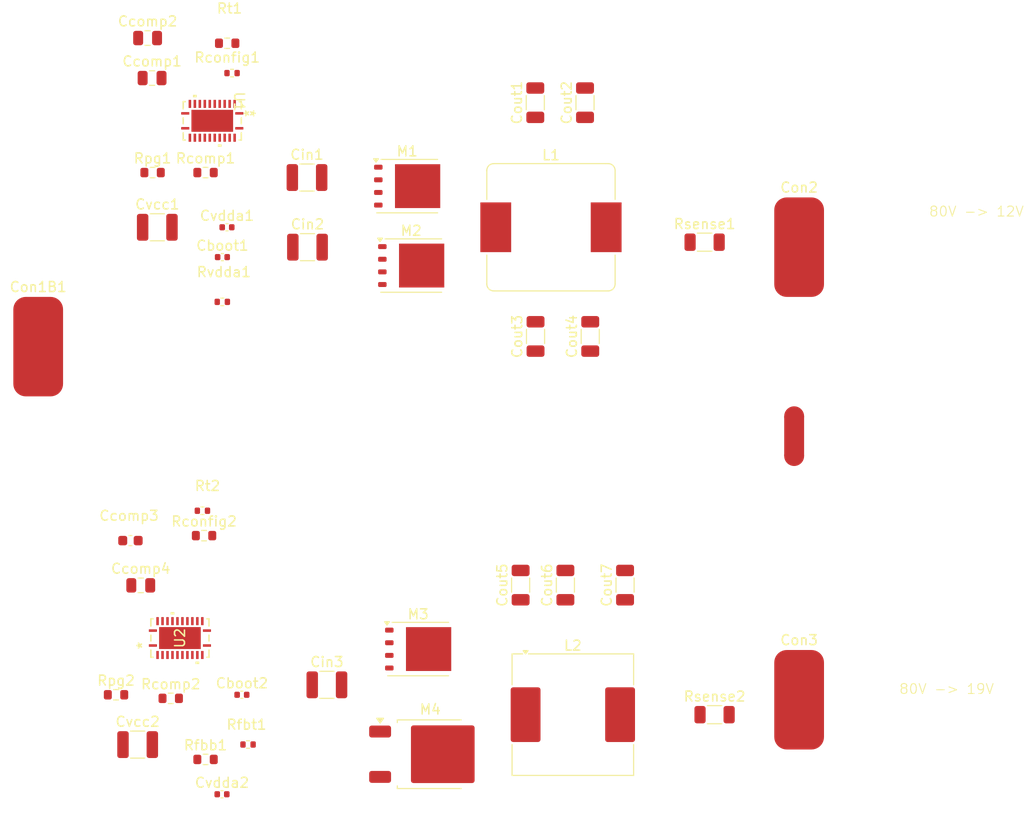
<source format=kicad_pcb>
(kicad_pcb (version 20241229) (generator "pcbnew") (generator_version "9.0")
  (layers (0 "F.Cu" signal) (2 "B.Cu" signal) (13 "F.Paste" user) (15 "B.Paste" user) (5 "F.SilkS" user "F.Silkscreen") (7 "B.SilkS" user "B.Silkscreen") (1 "F.Mask" user) (3 "B.Mask" user) (25 "Edge.Cuts" user))
  (net 0 "")
  (net 1 "Net-(U1-CBOOT)")
  (net 2 "Net-(M2-D)")
  (net 3 "Net-(U2-CBOOT)")
  (net 4 "Net-(M4-D)")
  (net 5 "Net-(Ccomp1-Pad1)")
  (net 6 "GNDREF")
  (net 7 "Net-(U1-EXTCOMP)")
  (net 8 "Net-(Ccomp3-Pad2)")
  (net 9 "Net-(U2-EXTCOMP)")
  (net 10 "GNDPWR")
  (net 11 "VCC")
  (net 12 "Net-(Con2-Pin_1)")
  (net 13 "Net-(Con3-Pin_1)")
  (net 14 "Net-(U1-VCC)")
  (net 15 "Net-(U2-VCC)")
  (net 16 "Net-(U1-PFM{slash}SYNC)")
  (net 17 "Net-(U2-PFM{slash}SYNC)")
  (net 18 "Net-(U1-ISNS+)")
  (net 19 "Net-(U2-ISNS+)")
  (net 20 "Net-(M1-G)")
  (net 21 "Net-(M2-G)")
  (net 22 "Net-(M3-G)")
  (net 23 "Net-(M4-G)")
  (net 24 "Net-(U1-CNFG)")
  (net 25 "Net-(U2-CNFG)")
  (net 26 "Net-(U2-FB)")
  (net 27 "Net-(U1-PG{slash}SYNCOUT)")
  (net 28 "Net-(U2-PG{slash}SYNCOUT)")
  (net 29 "Net-(U1-RT)")
  (net 30 "Net-(U2-RT)")
  (net 31 "Net-(U1-FB)")
  (footprint "Capacitor_SMD:C_0603_1608Metric" (layer "F.Cu") (at 30.275 122)
    (property "Reference" "Ccomp3" (at -0.14058 -2.5 0) (layer "F.SilkS"))
    (property "Value" "2.7n")
    (fp_line (start -0.14058 -0.51) (end 0.14058 -0.51) (stroke (width 0.12)) (layer "F.SilkS"))
    (fp_line (start -0.14058 0.51) (end 0.14058 0.51) (stroke (width 0.12)) (layer "F.SilkS"))
    (pad "1" smd roundrect (at -0.775 0) (size 0.9 0.95) (layers "F.Cu" "F.Mask" "F.Paste") (net 6 "GNDREF"))
    (pad "2" smd roundrect (at 0.775 0) (size 0.9 0.95) (layers "F.Cu" "F.Mask" "F.Paste") (net 8 "Net-(Ccomp3-Pad2)"))
  )
  (footprint "Capacitor_SMD:C_1206_3216Metric" (layer "F.Cu") (at 80 126.475 90)
    (property "Reference" "Cout7" (at 0 -1.85 90) (layer "F.SilkS"))
    (property "Value" "4.7u")
    (fp_line (start -0.711252 -0.91) (end 0.711252 -0.91) (stroke (width 0.12)) (layer "F.SilkS"))
    (fp_line (start -0.711252 0.91) (end 0.711252 0.91) (stroke (width 0.12)) (layer "F.SilkS"))
    (pad "1" smd roundrect (at -1.475 0 90) (size 1.15 1.8) (layers "F.Cu" "F.Mask" "F.Paste") (roundrect_rratio 0.217391) (net 13 "Net-(Con3-Pin_1)"))
    (pad "2" smd roundrect (at 1.475 0 90) (size 1.15 1.8) (layers "F.Cu" "F.Mask" "F.Paste") (roundrect_rratio 0.217391) (net 10 "GNDPWR"))
  )
  (footprint "Resistor_SMD:R_0603_1608Metric" (layer "F.Cu") (at 37.675 121.5)
    (property "Reference" "Rconfig2" (at 0 -1.43 0) (layer "F.SilkS"))
    (property "Value" "40.2K")
    (fp_line (start -0.237258 -0.5225) (end 0.237258 -0.5225) (stroke (width 0.12)) (layer "F.SilkS"))
    (fp_line (start -0.237258 0.5225) (end 0.237258 0.5225) (stroke (width 0.12)) (layer "F.SilkS"))
    (pad "1" smd roundrect (at -0.825 0) (size 0.8 0.95) (layers "F.Cu" "F.Mask" "F.Paste") (net 6 "GNDREF"))
    (pad "2" smd roundrect (at 0.825 0) (size 0.8 0.95) (layers "F.Cu" "F.Mask" "F.Paste") (net 25 "Net-(U2-CNFG)"))
  )
  (footprint "Capacitor_SMD:C_1210_3225Metric" (layer "F.Cu") (at 48.025 85.5)
    (property "Reference" "Cin1" (at 0 -2.3 0) (layer "F.SilkS"))
    (property "Value" "2.2u")
    (fp_line (start -0.711252 -1.360001) (end 0.711252 -1.360001) (stroke (width 0.12)) (layer "F.SilkS"))
    (fp_line (start -0.711252 1.360001) (end 0.711252 1.360001) (stroke (width 0.12)) (layer "F.SilkS"))
    (pad "1" smd roundrect (at -1.475 0) (size 1.15 2.7) (layers "F.Cu" "F.Mask" "F.Paste") (roundrect_rratio 0.217391) (net 11 "VCC"))
    (pad "2" smd roundrect (at 1.475 0) (size 1.15 2.7) (layers "F.Cu" "F.Mask" "F.Paste") (roundrect_rratio 0.217391) (net 10 "GNDPWR"))
  )
  (footprint "Capacitor_SMD:C_1210_3225Metric" (layer "F.Cu") (at 31 142.51)
    (property "Reference" "Cvcc2" (at 0 -2.3 0) (layer "F.SilkS"))
    (property "Value" "2.2u")
    (fp_line (start -0.711252 -1.36) (end 0.711252 -1.36) (stroke (width 0.12)) (layer "F.SilkS"))
    (fp_line (start -0.711252 1.36) (end 0.711252 1.36) (stroke (width 0.12)) (layer "F.SilkS"))
    (pad "1" smd roundrect (at -1.475 0) (size 1.15 2.7) (layers "F.Cu" "F.Mask" "F.Paste") (roundrect_rratio 0.217391) (net 15 "Net-(U2-VCC)"))
    (pad "2" smd roundrect (at 1.475 0) (size 1.15 2.7) (layers "F.Cu" "F.Mask" "F.Paste") (roundrect_rratio 0.217391) (net 10 "GNDPWR"))
  )
  (footprint "Inductor_SMD:L_Bourns_SRP1245A" (layer "F.Cu") (at 72.55 90.5)
    (property "Reference" "L1" (at 0 -7.25 0) (layer "F.SilkS"))
    (property "Value" "6.8u")
    (fp_line (start -6.45 -5.75) (end -6.45 -2.8) (stroke (width 0.12)) (layer "F.SilkS"))
    (fp_line (start -6.45 2.8) (end -6.45 5.7) (stroke (width 0.12)) (layer "F.SilkS"))
    (fp_line (start -5.75 -6.4) (end 5.75 -6.4) (stroke (width 0.12)) (layer "F.SilkS"))
    (fp_line (start 5.75 6.4) (end -5.75 6.4) (stroke (width 0.12)) (layer "F.SilkS"))
    (fp_line (start 6.45 -5.7) (end 6.45 -2.8) (stroke (width 0.12)) (layer "F.SilkS"))
    (fp_line (start 6.45 2.8) (end 6.45 5.7) (stroke (width 0.12)) (layer "F.SilkS"))
    (fp_arc (start -6.45 -5.7) (mid -6.244975 -6.194975) (end -5.75 -6.4) (stroke (width 0.12)) (layer "F.SilkS"))
    (fp_arc (start -5.75 6.4) (mid -6.244975 6.194975) (end -6.45 5.7) (stroke (width 0.12)) (layer "F.SilkS"))
    (fp_arc (start 5.75 -6.4) (mid 6.244975 -6.194975) (end 6.45 -5.7) (stroke (width 0.12)) (layer "F.SilkS"))
    (fp_arc (start 6.45 5.7) (mid 6.244975 6.194975) (end 5.75 6.4) (stroke (width 0.12)) (layer "F.SilkS"))
    (pad "1" smd rect (at -5.55 0) (size 3.1 5) (layers "F.Cu" "F.Mask" "F.Paste") (net 2 "Net-(M2-D)"))
    (pad "2" smd rect (at 5.55 0) (size 3.1 5) (layers "F.Cu" "F.Mask" "F.Paste") (net 18 "Net-(U1-ISNS+)"))
  )
  (footprint "Resistor_SMD:R_0603_1608Metric" (layer "F.Cu") (at 37.825 85)
    (property "Reference" "Rcomp1" (at 0 -1.43 0) (layer "F.SilkS"))
    (property "Value" "4.7K")
    (fp_line (start -0.237258 -0.5225) (end 0.237258 -0.5225) (stroke (width 0.12)) (layer "F.SilkS"))
    (fp_line (start -0.237258 0.5225) (end 0.237258 0.5225) (stroke (width 0.12)) (layer "F.SilkS"))
    (pad "1" smd roundrect (at -0.825 0) (size 0.8 0.95) (layers "F.Cu" "F.Mask" "F.Paste") (net 5 "Net-(Ccomp1-Pad1)"))
    (pad "2" smd roundrect (at 0.825 0) (size 0.8 0.95) (layers "F.Cu" "F.Mask" "F.Paste") (net 7 "Net-(U1-EXTCOMP)"))
  )
  (footprint "Resistor_SMD:R_0603_1608Metric" (layer "F.Cu") (at 32.5 85)
    (property "Reference" "Rpg1" (at 0 -1.43 0) (layer "F.SilkS"))
    (property "Value" "100K")
    (fp_line (start -0.237258 -0.5225) (end 0.237258 -0.5225) (stroke (width 0.12)) (layer "F.SilkS"))
    (fp_line (start -0.237258 0.5225) (end 0.237258 0.5225) (stroke (width 0.12)) (layer "F.SilkS"))
    (pad "1" smd roundrect (at -0.825 0) (size 0.8 0.95) (layers "F.Cu" "F.Mask" "F.Paste") (net 14 "Net-(U1-VCC)"))
    (pad "2" smd roundrect (at 0.825 0) (size 0.8 0.95) (layers "F.Cu" "F.Mask" "F.Paste") (net 27 "Net-(U1-PG{slash}SYNCOUT)"))
  )
  (footprint "Capacitor_SMD:C_1210_3225Metric" (layer "F.Cu") (at 50.025 136.5)
    (property "Reference" "Cin3" (at 0 -2.3 0) (layer "F.SilkS"))
    (property "Value" "3.3u")
    (fp_line (start -0.711252 -1.36) (end 0.711252 -1.36) (stroke (width 0.12)) (layer "F.SilkS"))
    (fp_line (start -0.711252 1.36) (end 0.711252 1.36) (stroke (width 0.12)) (layer "F.SilkS"))
    (pad "1" smd roundrect (at -1.475 0) (size 1.15 2.7) (layers "F.Cu" "F.Mask" "F.Paste") (roundrect_rratio 0.217391) (net 11 "VCC"))
    (pad "2" smd roundrect (at 1.475 0) (size 1.15 2.7) (layers "F.Cu" "F.Mask" "F.Paste") (roundrect_rratio 0.217391) (net 10 "GNDPWR"))
  )
  (footprint "Inductor_SMD:L_Coilcraft_MSS1210-XXX" (layer "F.Cu") (at 74.75 139.5)
    (property "Reference" "L2" (at 0 -6.95 0) (layer "F.SilkS"))
    (property "Value" "10u")
    (fp_line (start -6.11 -6.11) (end -5.047 -6.11) (stroke (width 0.12)) (layer "F.SilkS"))
    (fp_line (start -6.11 -3.01) (end -6.11 -6.11) (stroke (width 0.12)) (layer "F.SilkS"))
    (fp_line (start -6.11 6.11) (end -6.11 3.01) (stroke (width 0.12)) (layer "F.SilkS"))
    (fp_line (start -4.453 -6.11) (end 6.11 -6.11) (stroke (width 0.12)) (layer "F.SilkS"))
    (fp_line (start 6.11 -6.11) (end 6.11 -3.01) (stroke (width 0.12)) (layer "F.SilkS"))
    (fp_line (start 6.11 3.01) (end 6.11 6.11) (stroke (width 0.12)) (layer "F.SilkS"))
    (fp_line (start 6.11 6.11) (end -6.11 6.11) (stroke (width 0.12)) (layer "F.SilkS"))
    (fp_poly (pts (xy -4.75 -6.11) (xy -4.99 -6.44) (xy -4.51 -6.44)) (stroke (width 0.12)) (fill yes) (layer "F.SilkS"))
    (pad "1" smd roundrect (at -4.75 0) (size 3 5.5) (layers "F.Cu" "F.Mask" "F.Paste") (roundrect_rratio 0.083333) (net 4 "Net-(M4-D)"))
    (pad "2" smd roundrect (at 4.75 0) (size 3 5.5) (layers "F.Cu" "F.Mask" "F.Paste") (roundrect_rratio 0.083333) (net 19 "Net-(U2-ISNS+)"))
  )
  (footprint "Capacitor_SMD:C_1210_3225Metric" (layer "F.Cu") (at 48.074999 92.499999)
    (property "Reference" "Cin2" (at 0 -2.3 0) (layer "F.SilkS"))
    (property "Value" "2.2u")
    (fp_line (start -0.711252 -1.360001) (end 0.711252 -1.360001) (stroke (width 0.12)) (layer "F.SilkS"))
    (fp_line (start -0.711252 1.360001) (end 0.711252 1.360001) (stroke (width 0.12)) (layer "F.SilkS"))
    (pad "1" smd roundrect (at -1.475 0) (size 1.15 2.7) (layers "F.Cu" "F.Mask" "F.Paste") (roundrect_rratio 0.217391) (net 11 "VCC"))
    (pad "2" smd roundrect (at 1.475 0) (size 1.15 2.7) (layers "F.Cu" "F.Mask" "F.Paste") (roundrect_rratio 0.217391) (net 10 "GNDPWR"))
  )
  (footprint "Capacitor_SMD:C_1206_3216Metric" (layer "F.Cu") (at 69.5 126.475 90)
    (property "Reference" "Cout5" (at 0 -1.85 90) (layer "F.SilkS"))
    (property "Value" "10u")
    (fp_line (start -0.711252 -0.91) (end 0.711252 -0.91) (stroke (width 0.12)) (layer "F.SilkS"))
    (fp_line (start -0.711252 0.91) (end 0.711252 0.91) (stroke (width 0.12)) (layer "F.SilkS"))
    (pad "1" smd roundrect (at -1.475 0 90) (size 1.15 1.8) (layers "F.Cu" "F.Mask" "F.Paste") (roundrect_rratio 0.217391) (net 12 "Net-(Con2-Pin_1)"))
    (pad "2" smd roundrect (at 1.475 0 90) (size 1.15 1.8) (layers "F.Cu" "F.Mask" "F.Paste") (roundrect_rratio 0.217391) (net 10 "GNDPWR"))
  )
  (footprint "Resistor_SMD:R_0402_1005Metric" (layer "F.Cu") (at 42.097836 142.5)
    (property "Reference" "Rfbt1" (at -0.153641 -2 0) (layer "F.SilkS"))
    (property "Value" "232K")
    (fp_line (start -0.153641 -0.38) (end 0.153641 -0.38) (stroke (width 0.12)) (layer "F.SilkS"))
    (fp_line (start -0.153641 0.38) (end 0.153641 0.38) (stroke (width 0.12)) (layer "F.SilkS"))
    (pad "1" smd roundrect (at -0.51 0) (size 0.54 0.64) (layers "F.Cu" "F.Mask" "F.Paste") (net 13 "Net-(Con3-Pin_1)"))
    (pad "2" smd roundrect (at 0.51 0) (size 0.54 0.64) (layers "F.Cu" "F.Mask" "F.Paste") (net 26 "Net-(U2-FB)"))
  )
  (footprint "Connector_Wire:SolderWirePad_1x01_SMD_5x10mm" (layer "F.Cu") (at 97.5 92.5)
    (property "Reference" "Con2" (at 0 -6 0) (layer "F.SilkS"))
    (property "Value" "12V Out")
    (pad "1" smd roundrect (at 0 0) (size 5 10) (layers "F.Cu" "F.Mask") (net 12 "Net-(Con2-Pin_1)"))
  )
  (footprint "Capacitor_SMD:C_1206_3216Metric" (layer "F.Cu") (at 76.5 101.475 90)
    (property "Reference" "Cout4" (at 0 -1.85 90) (layer "F.SilkS"))
    (property "Value" "10u")
    (fp_line (start -0.711252 -0.91) (end 0.711252 -0.91) (stroke (width 0.12)) (layer "F.SilkS"))
    (fp_line (start -0.711252 0.91) (end 0.711252 0.91) (stroke (width 0.12)) (layer "F.SilkS"))
    (pad "1" smd roundrect (at -1.475 0 90) (size 1.15 1.8) (layers "F.Cu" "F.Mask" "F.Paste") (roundrect_rratio 0.217391) (net 12 "Net-(Con2-Pin_1)"))
    (pad "2" smd roundrect (at 1.475 0 90) (size 1.15 1.8) (layers "F.Cu" "F.Mask" "F.Paste") (roundrect_rratio 0.217391) (net 10 "GNDPWR"))
  )
  (footprint "LM5149:VQFN24_RGY_TEX" (layer "F.Cu") (at 38.5 79.7982 -90)
    (property "Reference" "U1" (at -1.9304 -2.709741 270) (layer "F.SilkS"))
    (property "Value" "LM5149RGYR")
    (fp_line (start -1.9304 2.921) (end -1.20974 2.921) (stroke (width 0.1524)) (layer "F.SilkS"))
    (fp_line (start -0.290261 2.921) (end 0.290261 2.921) (stroke (width 0.1524)) (layer "F.SilkS"))
    (fp_line (start 1.20974 2.921) (end 1.9304 2.921) (stroke (width 0.1524)) (layer "F.SilkS"))
    (fp_line (start 1.9304 2.921) (end 1.9304 2.709741) (stroke (width 0.1524)) (layer "F.SilkS"))
    (fp_line (start -1.9304 2.709741) (end -1.9304 2.921) (stroke (width 0.1524)) (layer "F.SilkS"))
    (fp_line (start 1.9304 -2.709741) (end 1.9304 -2.921) (stroke (width 0.1524)) (layer "F.SilkS"))
    (fp_line (start -1.9304 -2.921) (end -1.9304 -2.709741) (stroke (width 0.1524)) (layer "F.SilkS"))
    (fp_line (start -1.20974 -2.921) (end -1.9304 -2.921) (stroke (width 0.1524)) (layer "F.SilkS"))
    (fp_line (start 0.290261 -2.921) (end -0.290261 -2.921) (stroke (width 0.1524)) (layer "F.SilkS"))
    (fp_line (start 1.9304 -2.921) (end 1.20974 -2.921) (stroke (width 0.1524)) (layer "F.SilkS"))
    (fp_poly (pts (xy -2.6162 1.559499) (xy -2.6162 1.940499) (xy -2.3622 1.940498) (xy -2.3622 1.559499)) (fill yes) (layer "F.SilkS"))
    (fp_poly (pts (xy 2.6162 -0.940501) (xy 2.6162 -0.559501) (xy 2.3622 -0.559501) (xy 2.3622 -0.940501)) (fill yes) (layer "F.SilkS"))
    (fp_text user "*" (at -0.75 -3.7592 270) (layer "F.SilkS"))
    (fp_text user "*" (at -0.75 -3.7592 90) (layer "F.SilkS"))
    (pad "1" smd rect (at -0.750001 -2.7178 270) (size 0.254 0.8128) (layers "F.Cu" "F.Mask" "F.Paste") (net 6 "GNDREF"))
    (pad "2" smd rect (at -1.7018 -2.250001) (size 0.254 0.8128) (layers "F.Cu" "F.Mask" "F.Paste"))
    (pad "3" smd rect (at -1.7018 -1.75) (size 0.254 0.8128) (layers "F.Cu" "F.Mask" "F.Paste") (net 24 "Net-(U1-CNFG)"))
    (pad "4" smd rect (at -1.7018 -1.25) (size 0.254 0.8128) (layers "F.Cu" "F.Mask" "F.Paste") (net 29 "Net-(U1-RT)"))
    (pad "5" smd rect (at -1.7018 -0.750001) (size 0.254 0.8128) (layers "F.Cu" "F.Mask" "F.Paste") (net 7 "Net-(U1-EXTCOMP)"))
    (pad "6" smd rect (at -1.7018 -0.25) (size 0.254 0.8128) (layers "F.Cu" "F.Mask" "F.Paste") (net 31 "Net-(U1-FB)"))
    (pad "7" smd rect (at -1.7018 0.25) (size 0.254 0.8128) (layers "F.Cu" "F.Mask" "F.Paste") (net 6 "GNDREF"))
    (pad "8" smd rect (at -1.7018 0.750001) (size 0.254 0.8128) (layers "F.Cu" "F.Mask" "F.Paste") (net 16 "Net-(U1-PFM{slash}SYNC)"))
    (pad "9" smd rect (at -1.7018 1.25) (size 0.254 0.8128) (layers "F.Cu" "F.Mask" "F.Paste") (net 14 "Net-(U1-VCC)"))
    (pad "10" smd rect (at -1.701801 1.749999) (size 0.254 0.8128) (layers "F.Cu" "F.Mask" "F.Paste") (net 10 "GNDPWR"))
    (pad "11" smd rect (at -1.7018 2.250001) (size 0.254 0.8128) (layers "F.Cu" "F.Mask" "F.Paste") (net 21 "Net-(M2-G)"))
    (pad "12" smd rect (at -0.750001 2.7178 270) (size 0.254 0.8128) (layers "F.Cu" "F.Mask" "F.Paste") (net 11 "VCC"))
    (pad "13" smd rect (at 0.750001 2.7178 270) (size 0.254 0.8128) (layers "F.Cu" "F.Mask" "F.Paste") (net 20 "Net-(M1-G)"))
    (pad "14" smd rect (at 1.7018 2.250001) (size 0.254 0.8128) (layers "F.Cu" "F.Mask" "F.Paste") (net 2 "Net-(M2-D)"))
    (pad "15" smd rect (at 1.7018 1.75) (size 0.254 0.8128) (layers "F.Cu" "F.Mask" "F.Paste") (net 1 "Net-(U1-CBOOT)"))
    (pad "16" smd rect (at 1.7018 1.25) (size 0.254 0.8128) (layers "F.Cu" "F.Mask" "F.Paste") (net 6 "GNDREF"))
    (pad "17" smd rect (at 1.7018 0.750001) (size 0.254 0.8128) (layers "F.Cu" "F.Mask" "F.Paste") (net 27 "Net-(U1-PG{slash}SYNCOUT)"))
    (pad "18" smd rect (at 1.7018 0.25) (size 0.254 0.8128) (layers "F.Cu" "F.Mask" "F.Paste") (net 16 "Net-(U1-PFM{slash}SYNC)"))
    (pad "19" smd rect (at 1.7018 -0.25) (size 0.254 0.8128) (layers "F.Cu" "F.Mask" "F.Paste") (net 11 "VCC"))
    (pad "20" smd rect (at 1.7018 -0.750001) (size 0.254 0.8128) (layers "F.Cu" "F.Mask" "F.Paste") (net 18 "Net-(U1-ISNS+)"))
    (pad "21" smd rect (at 1.7018 -1.25) (size 0.254 0.8128) (layers "F.Cu" "F.Mask" "F.Paste") (net 12 "Net-(Con2-Pin_1)"))
    (pad "22" smd rect (at 1.701801 -1.749999) (size 0.254 0.8128) (layers "F.Cu" "F.Mask" "F.Paste"))
    (pad "23" smd rect (at 1.7018 -2.250001) (size 0.254 0.8128) (layers "F.Cu" "F.Mask" "F.Paste"))
    (pad "24" smd rect (at 0.750001 -2.7178 270) (size 0.254 0.8128) (layers "F.Cu" "F.Mask" "F.Paste") (net 6 "GNDREF"))
    (pad "25" smd rect (at 0 0 270) (size 2.2098 4.191) (layers "F.Cu" "F.Mask" "F.Paste") (net 6 "GNDREF"))
  )
  (footprint "Capacitor_SMD:C_0805_2012Metric" (layer "F.Cu") (at 31.311252 126.5)
    (property "Reference" "Ccomp4" (at 0 -1.68 0) (layer "F.SilkS"))
    (property "Value" "68p")
    (fp_line (start -0.261252 -0.735) (end 0.261252 -0.735) (stroke (width 0.12)) (layer "F.SilkS"))
    (fp_line (start -0.261252 0.735) (end 0.261252 0.735) (stroke (width 0.12)) (layer "F.SilkS"))
    (pad "1" smd roundrect (at -0.95 0) (size 1 1.45) (layers "F.Cu" "F.Mask" "F.Paste") (net 6 "GNDREF"))
    (pad "2" smd roundrect (at 0.95 0) (size 1 1.45) (layers "F.Cu" "F.Mask" "F.Paste") (net 9 "Net-(U2-EXTCOMP)"))
  )
  (footprint "Capacitor_SMD:C_0805_2012Metric" (layer "F.Cu") (at 32.45 75.5)
    (property "Reference" "Ccomp1" (at 0 -1.68 0) (layer "F.SilkS"))
    (property "Value" "3.9n")
    (fp_line (start -0.261252 -0.735) (end 0.261252 -0.735) (stroke (width 0.12)) (layer "F.SilkS"))
    (fp_line (start -0.261252 0.735) (end 0.261252 0.735) (stroke (width 0.12)) (layer "F.SilkS"))
    (pad "1" smd roundrect (at -0.95 0) (size 1 1.45) (layers "F.Cu" "F.Mask" "F.Paste") (net 5 "Net-(Ccomp1-Pad1)"))
    (pad "2" smd roundrect (at 0.95 0) (size 1 1.45) (layers "F.Cu" "F.Mask" "F.Paste") (net 6 "GNDREF"))
  )
  (footprint "Resistor_SMD:R_1206_3216Metric" (layer "F.Cu") (at 89 139.5)
    (property "Reference" "Rsense2" (at 0 -1.83 0) (layer "F.SilkS"))
    (property "Value" "9m")
    (fp_line (start -0.727064 -0.91) (end 0.727064 -0.91) (stroke (width 0.12)) (layer "F.SilkS"))
    (fp_line (start -0.727064 0.91) (end 0.727064 0.91) (stroke (width 0.12)) (layer "F.SilkS"))
    (pad "1" smd roundrect (at -1.4625 0) (size 1.125 1.75) (layers "F.Cu" "F.Mask" "F.Paste") (roundrect_rratio 0.222222) (net 19 "Net-(U2-ISNS+)"))
    (pad "2" smd roundrect (at 1.4625 0) (size 1.125 1.75) (layers "F.Cu" "F.Mask" "F.Paste") (roundrect_rratio 0.222222) (net 13 "Net-(Con3-Pin_1)"))
  )
  (footprint "Capacitor_SMD:C_0402_1005Metric" (layer "F.Cu") (at 39.48 147.5)
    (property "Reference" "Cvdda2" (at 0 -1.16 0) (layer "F.SilkS"))
    (property "Value" "100n")
    (fp_line (start -0.107836 -0.36) (end 0.107836 -0.36) (stroke (width 0.12)) (layer "F.SilkS"))
    (fp_line (start -0.107836 0.36) (end 0.107836 0.36) (stroke (width 0.12)) (layer "F.SilkS"))
    (pad "1" smd roundrect (at -0.48 0) (size 0.56 0.62) (layers "F.Cu" "F.Mask" "F.Paste") (net 17 "Net-(U2-PFM{slash}SYNC)"))
    (pad "2" smd roundrect (at 0.48 0) (size 0.56 0.62) (layers "F.Cu" "F.Mask" "F.Paste") (net 6 "GNDREF"))
  )
  (footprint "Connector_Wire:SolderWirePad_1x01_SMD_5x10mm" (layer "F.Cu") (at 97.5 138)
    (property "Reference" "Con3" (at 0 -6 0) (layer "F.SilkS"))
    (property "Value" "19.5V Out")
    (pad "1" smd roundrect (at 0 0) (size 5 10) (layers "F.Cu" "F.Mask") (net 13 "Net-(Con3-Pin_1)"))
  )
  (footprint "Capacitor_SMD:C_0805_2012Metric" (layer "F.Cu") (at 32 71.4775)
    (property "Reference" "Ccomp2" (at 0 -1.68 0) (layer "F.SilkS"))
    (property "Value" "100p")
    (fp_line (start -0.261252 -0.735) (end 0.261252 -0.735) (stroke (width 0.12)) (layer "F.SilkS"))
    (fp_line (start -0.261252 0.735) (end 0.261252 0.735) (stroke (width 0.12)) (layer "F.SilkS"))
    (pad "1" smd roundrect (at -0.95 0) (size 1 1.45) (layers "F.Cu" "F.Mask" "F.Paste") (net 7 "Net-(U1-EXTCOMP)"))
    (pad "2" smd roundrect (at 0.95 0) (size 1 1.45) (layers "F.Cu" "F.Mask" "F.Paste") (net 6 "GNDREF"))
  )
  (footprint "Connector_Wire:SolderWirePad_1x01_SMD_5x10mm" (layer "F.Cu") (at 21 102.5)
    (property "Reference" "Con1B1" (at 0 -6 0) (layer "F.SilkS"))
    (property "Value" "Battery In")
    (pad "1" smd roundrect (at 0 0) (size 5 10) (layers "F.Cu" "F.Mask") (net 11 "VCC"))
  )
  (footprint "Package_TO_SOT_SMD:TO-252-2" (layer "F.Cu") (at 60.415 143.475)
    (property "Reference" "M4" (at 0 -4.5 0) (layer "F.SilkS"))
    (property "Value" "100V 200A")
    (fp_line (start -3.31 -3.45) (end -3.31 -3.18) (stroke (width 0.12)) (layer "F.SilkS"))
    (fp_line (start -3.31 3.45) (end -3.31 3.18) (stroke (width 0.12)) (layer "F.SilkS"))
    (fp_line (start 3.11 -3.45) (end -3.31 -3.45) (stroke (width 0.12)) (layer "F.SilkS"))
    (fp_line (start 3.11 3.45) (end -3.31 3.45) (stroke (width 0.12)) (layer "F.SilkS"))
    (fp_poly (pts (xy -5.04 -3.14) (xy -5.38 -3.61) (xy -4.7 -3.61)) (stroke (width 0.12)) (fill yes) (layer "F.SilkS"))
    (pad "1" smd roundrect (at -5.04 -2.28) (size 2.2 1.2) (layers "F.Cu" "F.Mask" "F.Paste") (roundrect_rratio 0.208333) (net 23 "Net-(M4-G)"))
    (pad "2" smd roundrect (at 1.26 0) (size 6.4 5.8) (layers "F.Cu" "F.Mask") (roundrect_rratio 0.043103) (net 4 "Net-(M4-D)"))
    (pad "3" smd roundrect (at -5.04 2.28) (size 2.2 1.2) (layers "F.Cu" "F.Mask" "F.Paste") (roundrect_rratio 0.208333) (net 10 "GNDPWR"))
  )
  (footprint "Capacitor_SMD:C_0402_1005Metric" (layer "F.Cu") (at 39.52 93.5)
    (property "Reference" "Cboot1" (at 0 -1.16 0) (layer "F.SilkS"))
    (property "Value" "100n")
    (fp_line (start -0.107836 -0.36) (end 0.107836 -0.36) (stroke (width 0.12)) (layer "F.SilkS"))
    (fp_line (start -0.107836 0.36) (end 0.107836 0.36) (stroke (width 0.12)) (layer "F.SilkS"))
    (pad "1" smd roundrect (at -0.48 0) (size 0.56 0.62) (layers "F.Cu" "F.Mask" "F.Paste") (net 1 "Net-(U1-CBOOT)"))
    (pad "2" smd roundrect (at 0.48 0) (size 0.56 0.62) (layers "F.Cu" "F.Mask" "F.Paste") (net 2 "Net-(M2-D)"))
  )
  (footprint "Resistor_SMD:R_0402_1005Metric" (layer "F.Cu") (at 40.49 75)
    (property "Reference" "Rt1" (at -0.252743 -6.5 0) (layer "F.SilkS"))
    (property "Value" "39K")
    (fp_line (start -0.153641 -0.38) (end 0.153641 -0.38) (stroke (width 0.12)) (layer "F.SilkS"))
    (fp_line (start -0.153641 0.38) (end 0.153641 0.38) (stroke (width 0.12)) (layer "F.SilkS"))
    (pad "1" smd roundrect (at -0.51 0) (size 0.54 0.64) (layers "F.Cu" "F.Mask" "F.Paste") (net 6 "GNDREF"))
    (pad "2" smd roundrect (at 0.51 0) (size 0.54 0.64) (layers "F.Cu" "F.Mask" "F.Paste") (net 29 "Net-(U1-RT)"))
  )
  (footprint "Capacitor_SMD:C_1206_3216Metric" (layer "F.Cu") (at 75.975 77.975 90)
    (property "Reference" "Cout2" (at 0 -1.85 90) (layer "F.SilkS"))
    (property "Value" "10u")
    (fp_line (start -0.711252 -0.91) (end 0.711252 -0.91) (stroke (width 0.12)) (layer "F.SilkS"))
    (fp_line (start -0.711252 0.91) (end 0.711252 0.91) (stroke (width 0.12)) (layer "F.SilkS"))
    (pad "1" smd roundrect (at -1.475 0 90) (size 1.15 1.8) (layers "F.Cu" "F.Mask" "F.Paste") (roundrect_rratio 0.217391) (net 12 "Net-(Con2-Pin_1)"))
    (pad "2" smd roundrect (at 1.475 0 90) (size 1.15 1.8) (layers "F.Cu" "F.Mask" "F.Paste") (roundrect_rratio 0.217391) (net 10 "GNDPWR"))
  )
  (footprint "Resistor_SMD:R_0603_1608Metric" (layer "F.Cu") (at 34.325 137.86)
    (property "Reference" "Rcomp2" (at 0 -1.43 0) (layer "F.SilkS"))
    (property "Value" "5.23k")
    (fp_line (start -0.237258 -0.5225) (end 0.237258 -0.5225) (stroke (width 0.12)) (layer "F.SilkS"))
    (fp_line (start -0.237258 0.5225) (end 0.237258 0.5225) (stroke (width 0.12)) (layer "F.SilkS"))
    (pad "1" smd roundrect (at -0.825 0) (size 0.8 0.95) (layers "F.Cu" "F.Mask" "F.Paste") (net 8 "Net-(Ccomp3-Pad2)"))
    (pad "2" smd roundrect (at 0.825 0) (size 0.8 0.95) (layers "F.Cu" "F.Mask" "F.Paste") (net 9 "Net-(U2-EXTCOMP)"))
  )
  (footprint "Resistor_SMD:R_0603_1608Metric" (layer "F.Cu") (at 28.825 137.5)
    (property "Reference" "Rpg2" (at 0 -1.43 0) (layer "F.SilkS"))
    (property "Value" "100k")
    (fp_line (start -0.237258 -0.5225) (end 0.237258 -0.5225) (stroke (width 0.12)) (layer "F.SilkS"))
    (fp_line (start -0.237258 0.5225) (end 0.237258 0.5225) (stroke (width 0.12)) (layer "F.SilkS"))
    (pad "1" smd roundrect (at -0.825 0) (size 0.8 0.95) (layers "F.Cu" "F.Mask" "F.Paste") (net 15 "Net-(U2-VCC)"))
    (pad "2" smd roundrect (at 0.825 0) (size 0.8 0.95) (layers "F.Cu" "F.Mask" "F.Paste") (net 28 "Net-(U2-PG{slash}SYNCOUT)"))
  )
  (footprint "Package_TO_SOT_SMD:TDSON-8-1" (layer "F.Cu") (at 58.095 86.365)
    (property "Reference" "M1" (at 0 -3.5 0) (layer "F.SilkS"))
    (property "Value" "80V 77A")
    (fp_line (start 3.06 -2.685) (end -2.62 -2.685) (stroke (width 0.12)) (layer "F.SilkS"))
    (fp_line (start 3.06 2.685) (end -3.06 2.685) (stroke (width 0.12)) (layer "F.SilkS"))
    (fp_poly (pts (xy -3.131622 -2.42027) (xy -3.371622 -2.75027) (xy -2.891622 -2.75027) (xy -3.131622 -2.42027)) (stroke (width 0.12)) (fill yes) (layer "F.SilkS"))
    (pad "1" smd roundrect (at -2.9 -1.905) (size 0.85 0.5) (layers "F.Cu" "F.Mask" "F.Paste") (net 2 "Net-(M2-D)"))
    (pad "2" smd roundrect (at -2.9 -0.635) (size 0.85 0.5) (layers "F.Cu" "F.Mask" "F.Paste") (net 2 "Net-(M2-D)"))
    (pad "3" smd roundrect (at -2.9 0.635) (size 0.85 0.5) (layers "F.Cu" "F.Mask" "F.Paste") (net 2 "Net-(M2-D)"))
    (pad "4" smd roundrect (at -2.9 1.905) (size 0.85 0.5) (layers "F.Cu" "F.Mask" "F.Paste") (net 20 "Net-(M1-G)"))
    (pad "5" smd rect (at 1.05 0) (size 4.55 4.41) (layers "F.Cu") (net 11 "VCC"))
  )
  (footprint "Resistor_SMD:R_0603_1608Metric" (layer "F.Cu") (at 40 72 180)
    (property "Reference" "Rconfig1" (at 0 -1.43 0) (layer "F.SilkS"))
    (property "Value" "40.2K")
    (fp_line (start -0.237257 0.5225) (end 0.237257 0.5225) (stroke (width 0.12)) (layer "F.SilkS"))
    (fp_line (start -0.237257 -0.5225) (end 0.237257 -0.5225) (stroke (width 0.12)) (layer "F.SilkS"))
    (pad "1" smd roundrect (at -0.825 0 180) (size 0.8 0.95) (layers "F.Cu" "F.Mask" "F.Paste") (net 6 "GNDREF"))
    (pad "2" smd roundrect (at 0.825 0 180) (size 0.8 0.95) (layers "F.Cu" "F.Mask" "F.Paste") (net 24 "Net-(U1-CNFG)"))
  )
  (footprint "LM5149:VQFN24_RGY_TEX" (layer "F.Cu") (at 35.25 131.7982 90)
    (property "Reference" "U2" (at 0 0 90) (layer "F.SilkS"))
    (property "Value" "LM5149RGYR")
    (fp_line (start 1.9304 -2.921) (end 1.20974 -2.921) (stroke (width 0.1524)) (layer "F.SilkS"))
    (fp_line (start 0.290261 -2.921) (end -0.290261 -2.921) (stroke (width 0.1524)) (layer "F.SilkS"))
    (fp_line (start -1.20974 -2.921) (end -1.9304 -2.921) (stroke (width 0.1524)) (layer "F.SilkS"))
    (fp_line (start -1.9304 -2.921) (end -1.9304 -2.709741) (stroke (width 0.1524)) (layer "F.SilkS"))
    (fp_line (start 1.9304 -2.709741) (end 1.9304 -2.921) (stroke (width 0.1524)) (layer "F.SilkS"))
    (fp_line (start -1.9304 2.709741) (end -1.9304 2.921) (stroke (width 0.1524)) (layer "F.SilkS"))
    (fp_line (start 1.9304 2.921) (end 1.9304 2.709741) (stroke (width 0.1524)) (layer "F.SilkS"))
    (fp_line (start 1.20974 2.921) (end 1.9304 2.921) (stroke (width 0.1524)) (layer "F.SilkS"))
    (fp_line (start -0.290261 2.921) (end 0.290261 2.921) (stroke (width 0.1524)) (layer "F.SilkS"))
    (fp_line (start -1.9304 2.921) (end -1.20974 2.921) (stroke (width 0.1524)) (layer "F.SilkS"))
    (fp_poly (pts (xy 2.6162 -0.940501) (xy 2.6162 -0.559501) (xy 2.3622 -0.559501) (xy 2.3622 -0.940501)) (fill yes) (layer "F.SilkS"))
    (fp_poly (pts (xy -2.6162 1.559499) (xy -2.6162 1.940499) (xy -2.3622 1.940498) (xy -2.3622 1.559499)) (fill yes) (layer "F.SilkS"))
    (fp_text user "*" (at -0.75 -3.7592 90) (layer "F.SilkS"))
    (fp_text user "*" (at -0.75 -3.7592 90) (layer "F.SilkS"))
    (pad "1" smd rect (at -0.750001 -2.7178 90) (size 0.254 0.8128) (layers "F.Cu" "F.Mask" "F.Paste") (net 6 "GNDREF"))
    (pad "2" smd rect (at -1.7018 -2.250001 180) (size 0.254 0.8128) (layers "F.Cu" "F.Mask" "F.Paste"))
    (pad "3" smd rect (at -1.7018 -1.75 180) (size 0.254 0.8128) (layers "F.Cu" "F.Mask" "F.Paste") (net 25 "Net-(U2-CNFG)"))
    (pad "4" smd rect (at -1.7018 -1.25 180) (size 0.254 0.8128) (layers "F.Cu" "F.Mask" "F.Paste") (net 30 "Net-(U2-RT)"))
    (pad "5" smd rect (at -1.7018 -0.750001 180) (size 0.254 0.8128) (layers "F.Cu" "F.Mask" "F.Paste") (net 9 "Net-(U2-EXTCOMP)"))
    (pad "6" smd rect (at -1.7018 -0.25 180) (size 0.254 0.8128) (layers "F.Cu" "F.Mask" "F.Paste") (net 26 "Net-(U2-FB)"))
    (pad "7" smd rect (at -1.7018 0.25 180) (size 0.254 0.8128) (layers "F.Cu" "F.Mask" "F.Paste") (net 6 "GNDREF"))
    (pad "8" smd rect (at -1.7018 0.750001 180) (size 0.254 0.8128) (layers "F.Cu" "F.Mask" "F.Paste") (net 17 "Net-(U2-PFM{slash}SYNC)"))
    (pad "9" smd rect (at -1.7018 1.25 180) (size 0.254 0.8128) (layers "F.Cu" "F.Mask" "F.Paste") (net 15 "Net-(U2-VCC)"))
    (pad "10" smd rect (at -1.701801 1.749999 180) (size 0.254 0.8128) (layers "F.Cu" "F.Mask" "F.Paste") (net 10 "GNDPWR"))
    (pad "11" smd rect (at -1.7018 2.250001 180) (size 0.254 0.8128) (layers "F.Cu" "F.Mask" "F.Paste") (net 23 "Net-(M4-G)"))
    (pad "12" smd rect (at -0.750001 2.7178 90) (size 0.254 0.8128) (layers "F.Cu" "F.Mask" "F.Paste") (net 11 "VCC"))
    (pad "13" smd rect (at 0.750001 2.7178 90) (size 0.254 0.8128) (layers "F.Cu" "F.Mask" "F.Paste") (net 22 "Net-(M3-G)"))
    (pad "14" smd rect (at 1.7018 2.250001 180) (size 0.254 0.8128) (layers "F.Cu" "F.Mask" "F.Paste") (net 4 "Net-(M4-D)"))
    (pad "15" smd rect (at 1.7018 1.75 180) (size 0.254 0.8128) (layers "F.Cu" "F.Mask" "F.Paste") (net 3 "Net-(U2-CBOOT)"))
    (pad "16" smd rect (at 1.7018 1.25 180) (size 0.254 0.8128) (layers "F.Cu" "F.Mask" "F.Paste") (net 6 "GNDREF"))
    (pad "17" smd rect (at 1.7018 0.750001 180) (size 0.254 0.8128) (layers "F.Cu" "F.Mask" "F.Paste") (net 28 "Net-(U2-PG{slash}SYNCOUT)"))
    (pad "18" smd rect (at 1.7018 0.25 180) (size 0.254 0.8128) (layers "F.Cu" "F.Mask" "F.Paste") (net 17 "Net-(U2-PFM{slash}SYNC)"))
    (pad "19" smd rect (at 1.7018 -0.25 180) (size 0.254 0.8128) (layers "F.Cu" "F.Mask" "F.Paste") (net 11 "VCC"))
    (pad "20" smd rect (at 1.7018 -0.750001 180) (size 0.254 0.8128) (layers "F.Cu" "F.Mask" "F.Paste") (net 19 "Net-(U2-ISNS+)"))
    (pad "21" smd rect (at 1.7018 -1.25 180) (size 0.254 0.8128) (layers "F.Cu" "F.Mask" "F.Paste") (net 13 "Net-(Con3-Pin_1)"))
    (pad "22" smd rect (at 1.701801 -1.749999 180) (size 0.254 0.8128) (layers "F.Cu" "F.Mask" "F.Paste"))
    (pad "23" smd rect (at 1.7018 -2.250001 180) (size 0.254 0.8128) (layers "F.Cu" "F.Mask" "F.Paste"))
    (pad "24" smd rect (at 0.750001 -2.7178 90) (size 0.254 0.8128) (layers "F.Cu" "F.Mask" "F.Paste") (net 6 "GNDREF"))
    (pad "25" smd rect (at 0 0 90) (size 2.2098 4.191) (layers "F.Cu" "F.Mask" "F.Paste") (net 6 "GNDREF"))
  )
  (footprint "Capacitor_SMD:C_1206_3216Metric" (layer "F.Cu") (at 74 126.475 90)
    (property "Reference" "Cout6" (at 0 -1.85 90) (layer "F.SilkS"))
    (property "Value" "4.7u")
    (fp_line (start -0.711252 -0.91) (end 0.711252 -0.91) (stroke (width 0.12)) (layer "F.SilkS"))
    (fp_line (start -0.711252 0.91) (end 0.711252 0.91) (stroke (width 0.12)) (layer "F.SilkS"))
    (pad "1" smd roundrect (at -1.475 0 90) (size 1.15 1.8) (layers "F.Cu" "F.Mask" "F.Paste") (roundrect_rratio 0.217391) (net 13 "Net-(Con3-Pin_1)"))
    (pad "2" smd roundrect (at 1.475 0 90) (size 1.15 1.8) (layers "F.Cu" "F.Mask" "F.Paste") (roundrect_rratio 0.217391) (net 10 "GNDPWR"))
  )
  (footprint "Capacitor_SMD:C_0402_1005Metric" (layer "F.Cu") (at 41.48 137.5)
    (property "Reference" "Cboot2" (at 0 -1.16 0) (layer "F.SilkS"))
    (property "Value" "100n")
    (fp_line (start -0.107836 -0.36) (end 0.107836 -0.36) (stroke (width 0.12)) (layer "F.SilkS"))
    (fp_line (start -0.107836 0.36) (end 0.107836 0.36) (stroke (width 0.12)) (layer "F.SilkS"))
    (pad "1" smd roundrect (at -0.48 0) (size 0.56 0.62) (layers "F.Cu" "F.Mask" "F.Paste") (net 3 "Net-(U2-CBOOT)"))
    (pad "2" smd roundrect (at 0.48 0) (size 0.56 0.62) (layers "F.Cu" "F.Mask" "F.Paste") (net 4 "Net-(M4-D)"))
  )
  (footprint "Resistor_SMD:R_0402_1005Metric" (layer "F.Cu") (at 39.51 98)
    (property "Reference" "Rvdda1" (at 0.153641 -3 0) (layer "F.SilkS"))
    (property "Value" "47.5K")
    (fp_line (start -0.153641 -0.38) (end 0.153641 -0.38) (stroke (width 0.12)) (layer "F.SilkS"))
    (fp_line (start -0.153641 0.38) (end 0.153641 0.38) (stroke (width 0.12)) (layer "F.SilkS"))
    (pad "1" smd roundrect (at -0.51 0) (size 0.54 0.64) (layers "F.Cu" "F.Mask" "F.Paste") (net 31 "Net-(U1-FB)"))
    (pad "2" smd roundrect (at 0.51 0) (size 0.54 0.64) (layers "F.Cu" "F.Mask" "F.Paste") (net 16 "Net-(U1-PFM{slash}SYNC)"))
  )
  (footprint "Capacitor_SMD:C_1206_3216Metric" (layer "F.Cu") (at 71 101.475001 90)
    (property "Reference" "Cout3" (at 0 -1.85 90) (layer "F.SilkS"))
    (property "Value" "10u")
    (fp_line (start -0.711252 -0.91) (end 0.711252 -0.91) (stroke (width 0.12)) (layer "F.SilkS"))
    (fp_line (start -0.711252 0.91) (end 0.711252 0.91) (stroke (width 0.12)) (layer "F.SilkS"))
    (pad "1" smd roundrect (at -1.475 0 90) (size 1.15 1.8) (layers "F.Cu" "F.Mask" "F.Paste") (roundrect_rratio 0.217391) (net 12 "Net-(Con2-Pin_1)"))
    (pad "2" smd roundrect (at 1.475 0 90) (size 1.15 1.8) (layers "F.Cu" "F.Mask" "F.Paste") (roundrect_rratio 0.217391) (net 10 "GNDPWR"))
  )
  (footprint "Capacitor_SMD:C_1210_3225Metric" (layer "F.Cu") (at 32.975 90.5)
    (property "Reference" "Cvcc1" (at 0 -2.3 0) (layer "F.SilkS"))
    (property "Value" "2.2u")
    (fp_line (start -0.711252 -1.36) (end 0.711252 -1.36) (stroke (width 0.12)) (layer "F.SilkS"))
    (fp_line (start -0.711252 1.36) (end 0.711252 1.36) (stroke (width 0.12)) (layer "F.SilkS"))
    (pad "1" smd roundrect (at -1.475 0) (size 1.15 2.7) (layers "F.Cu" "F.Mask" "F.Paste") (roundrect_rratio 0.217391) (net 14 "Net-(U1-VCC)"))
    (pad "2" smd roundrect (at 1.475 0) (size 1.15 2.7) (layers "F.Cu" "F.Mask" "F.Paste") (roundrect_rratio 0.217391) (net 10 "GNDPWR"))
  )
  (footprint "Capacitor_SMD:C_0402_1005Metric" (layer "F.Cu") (at 39.98 90.5)
    (property "Reference" "Cvdda1" (at 0 -1.16 0) (layer "F.SilkS"))
    (property "Value" "100n")
    (fp_line (start -0.107836 -0.36) (end 0.107836 -0.36) (stroke (width 0.12)) (layer "F.SilkS"))
    (fp_line (start -0.107836 0.36) (end 0.107836 0.36) (stroke (width 0.12)) (layer "F.SilkS"))
    (pad "1" smd roundrect (at -0.48 0) (size 0.56 0.62) (layers "F.Cu" "F.Mask" "F.Paste") (net 16 "Net-(U1-PFM{slash}SYNC)"))
    (pad "2" smd roundrect (at 0.48 0) (size 0.56 0.62) (layers "F.Cu" "F.Mask" "F.Paste") (net 6 "GNDREF"))
  )
  (footprint "NetTie:NetTie-2_SMD_Pad2.0mm" (layer "F.Cu") (at 97 111.5 -90)
    (property "Reference" "NT1" (hide yes))
    (property "Value" "NetTie_2" (hide yes))
    (fp_poly (pts (xy -2 -1) (xy 2 -1) (xy 2 1) (xy -2 1)) (fill yes) (layer "F.Cu"))
    (pad "1" smd circle (at -2 0 270) (size 2 2) (layers "F.Cu") (net 6 "GNDREF"))
    (pad "2" smd circle (at 2 0 270) (size 2 2) (layers "F.Cu") (net 10 "GNDPWR"))
  )
  (footprint "Resistor_SMD:R_0603_1608Metric" (layer "F.Cu") (at 37.825 144)
    (property "Reference" "Rfbb1" (at 0 -1.43 0) (layer "F.SilkS"))
    (property "Value" "10K")
    (fp_line (start -0.237258 -0.5225) (end 0.237258 -0.5225) (stroke (width 0.12)) (layer "F.SilkS"))
    (fp_line (start -0.237258 0.5225) (end 0.237258 0.5225) (stroke (width 0.12)) (layer "F.SilkS"))
    (pad "1" smd roundrect (at -0.825 0) (size 0.8 0.95) (layers "F.Cu" "F.Mask" "F.Paste") (net 26 "Net-(U2-FB)"))
    (pad "2" smd roundrect (at 0.825 0) (size 0.8 0.95) (layers "F.Cu" "F.Mask" "F.Paste") (net 10 "GNDPWR"))
  )
  (footprint "Capacitor_SMD:C_1206_3216Metric" (layer "F.Cu") (at 70.975 77.975 90)
    (property "Reference" "Cout1" (at 0 -1.85 90) (layer "F.SilkS"))
    (property "Value" "10u")
    (fp_line (start -0.711252 -0.91) (end 0.711252 -0.91) (stroke (width 0.12)) (layer "F.SilkS"))
    (fp_line (start -0.711252 0.91) (end 0.711252 0.91) (stroke (width 0.12)) (layer "F.SilkS"))
    (pad "1" smd roundrect (at -1.475 0 90) (size 1.15 1.8) (layers "F.Cu" "F.Mask" "F.Paste") (roundrect_rratio 0.217391) (net 12 "Net-(Con2-Pin_1)"))
    (pad "2" smd roundrect (at 1.475 0 90) (size 1.15 1.8) (layers "F.Cu" "F.Mask" "F.Paste") (roundrect_rratio 0.217391) (net 10 "GNDPWR"))
  )
  (footprint "Resistor_SMD:R_1206_3216Metric" (layer "F.Cu") (at 88 92)
    (property "Reference" "Rsense1" (at 0 -1.83 0) (layer "F.SilkS"))
    (property "Value" "6m")
    (fp_line (start -0.727064 -0.91) (end 0.727064 -0.91) (stroke (width 0.12)) (layer "F.SilkS"))
    (fp_line (start -0.727064 0.91) (end 0.727064 0.91) (stroke (width 0.12)) (layer "F.SilkS"))
    (pad "1" smd roundrect (at -1.4625 0) (size 1.125 1.75) (layers "F.Cu" "F.Mask" "F.Paste") (roundrect_rratio 0.222222) (net 18 "Net-(U1-ISNS+)"))
    (pad "2" smd roundrect (at 1.4625 0) (size 1.125 1.75) (layers "F.Cu" "F.Mask" "F.Paste") (roundrect_rratio 0.222222) (net 12 "Net-(Con2-Pin_1)"))
  )
  (footprint "Resistor_SMD:R_0402_1005Metric" (layer "F.Cu") (at 37.51 119)
    (property "Reference" "Rt2" (at 0.51 -2.5 0) (layer "F.SilkS"))
    (property "Value" "29.4K")
    (fp_line (start -0.153641 -0.38) (end 0.153641 -0.38) (stroke (width 0.12)) (layer "F.SilkS"))
    (fp_line (start -0.153641 0.38) (end 0.153641 0.38) (stroke (width 0.12)) (layer "F.SilkS"))
    (pad "1" smd roundrect (at -0.51 0) (size 0.54 0.64) (layers "F.Cu" "F.Mask" "F.Paste") (net 6 "GNDREF"))
    (pad "2" smd roundrect (at 0.51 0) (size 0.54 0.64) (layers "F.Cu" "F.Mask" "F.Paste") (net 30 "Net-(U2-RT)"))
  )
  (footprint "Package_TO_SOT_SMD:TDSON-8-1" (layer "F.Cu") (at 59.2 132.905)
    (property "Reference" "M3" (at 0 -3.5 0) (layer "F.SilkS"))
    (property "Value" "80V 77A")
    (fp_line (start 3.06 -2.685) (end -2.62 -2.685) (stroke (width 0.12)) (layer "F.SilkS"))
    (fp_line (start 3.06 2.685) (end -3.06 2.685) (stroke (width 0.12)) (layer "F.SilkS"))
    (fp_poly (pts (xy -3.131622 -2.42027) (xy -3.371622 -2.75027) (xy -2.891622 -2.75027) (xy -3.131622 -2.42027)) (stroke (width 0.12)) (fill yes) (layer "F.SilkS"))
    (pad "1" smd roundrect (at -2.9 -1.905) (size 0.85 0.5) (layers "F.Cu" "F.Mask" "F.Paste") (net 4 "Net-(M4-D)"))
    (pad "2" smd roundrect (at -2.9 -0.635) (size 0.85 0.5) (layers "F.Cu" "F.Mask" "F.Paste") (net 4 "Net-(M4-D)"))
    (pad "3" smd roundrect (at -2.9 0.635) (size 0.85 0.5) (layers "F.Cu" "F.Mask" "F.Paste") (net 4 "Net-(M4-D)"))
    (pad "4" smd roundrect (at -2.9 1.905) (size 0.85 0.5) (layers "F.Cu" "F.Mask" "F.Paste") (net 22 "Net-(M3-G)"))
    (pad "5" smd rect (at 1.05 0) (size 4.55 4.41) (layers "F.Cu") (net 11 "VCC"))
  )
  (footprint "Package_TO_SOT_SMD:TDSON-8-1" (layer "F.Cu") (at 58.5 94.35)
    (property "Reference" "M2" (at 0 -3.5 0) (layer "F.SilkS"))
    (property "Value" "80V 77A")
    (fp_line (start 3.06 -2.685) (end -2.62 -2.685) (stroke (width 0.12)) (layer "F.SilkS"))
    (fp_line (start 3.06 2.685) (end -3.06 2.685) (stroke (width 0.12)) (layer "F.SilkS"))
    (fp_poly (pts (xy -3.131622 -2.42027) (xy -3.371622 -2.75027) (xy -2.891622 -2.75027) (xy -3.131622 -2.42027)) (stroke (width 0.12)) (fill yes) (layer "F.SilkS"))
    (pad "1" smd roundrect (at -2.9 -1.905) (size 0.85 0.5) (layers "F.Cu" "F.Mask" "F.Paste") (net 10 "GNDPWR"))
    (pad "2" smd roundrect (at -2.9 -0.635) (size 0.85 0.5) (layers "F.Cu" "F.Mask" "F.Paste") (net 10 "GNDPWR"))
    (pad "3" smd roundrect (at -2.9 0.635) (size 0.85 0.5) (layers "F.Cu" "F.Mask" "F.Paste") (net 10 "GNDPWR"))
    (pad "4" smd roundrect (at -2.9 1.905) (size 0.85 0.5) (layers "F.Cu" "F.Mask" "F.Paste") (net 21 "Net-(M2-G)"))
    (pad "5" smd rect (at 1.05 0) (size 4.55 4.41) (layers "F.Cu") (net 2 "Net-(M2-D)"))
  )
  (gr_text "80V -> 12V\n" (at 110.5 89.5 0) (layer "F.SilkS") (effects (font (size 1 1) (thickness 0.1)) (justify left bottom)))
  (gr_text "80V -> 19V" (at 107.5 137.5 0) (layer "F.SilkS") (effects (font (size 1 1) (thickness 0.1)) (justify left bottom)))
)
</source>
